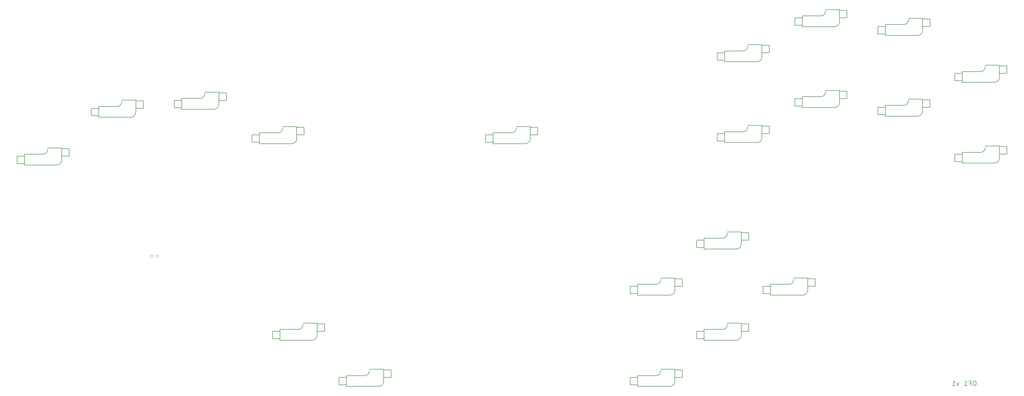
<source format=gbo>
%TF.GenerationSoftware,KiCad,Pcbnew,6.0.8-f2edbf62ab~116~ubuntu22.04.1*%
%TF.CreationDate,2022-10-10T20:20:36-06:00*%
%TF.ProjectId,OF1 v1,4f463120-7631-42e6-9b69-6361645f7063,rev?*%
%TF.SameCoordinates,Original*%
%TF.FileFunction,Legend,Bot*%
%TF.FilePolarity,Positive*%
%FSLAX46Y46*%
G04 Gerber Fmt 4.6, Leading zero omitted, Abs format (unit mm)*
G04 Created by KiCad (PCBNEW 6.0.8-f2edbf62ab~116~ubuntu22.04.1) date 2022-10-10 20:20:36*
%MOMM*%
%LPD*%
G01*
G04 APERTURE LIST*
G04 Aperture macros list*
%AMRoundRect*
0 Rectangle with rounded corners*
0 $1 Rounding radius*
0 $2 $3 $4 $5 $6 $7 $8 $9 X,Y pos of 4 corners*
0 Add a 4 corners polygon primitive as box body*
4,1,4,$2,$3,$4,$5,$6,$7,$8,$9,$2,$3,0*
0 Add four circle primitives for the rounded corners*
1,1,$1+$1,$2,$3*
1,1,$1+$1,$4,$5*
1,1,$1+$1,$6,$7*
1,1,$1+$1,$8,$9*
0 Add four rect primitives between the rounded corners*
20,1,$1+$1,$2,$3,$4,$5,0*
20,1,$1+$1,$4,$5,$6,$7,0*
20,1,$1+$1,$6,$7,$8,$9,0*
20,1,$1+$1,$8,$9,$2,$3,0*%
%AMFreePoly0*
4,1,17,0.425901,0.806901,0.806901,0.425901,0.825500,0.381000,0.825500,-0.381000,0.806901,-0.425901,0.425901,-0.806901,0.381000,-0.825500,-0.381000,-0.825500,-0.425901,-0.806901,-0.806901,-0.425901,-0.825500,-0.381000,-0.825500,0.381000,-0.806901,0.425901,-0.425901,0.806901,-0.381000,0.825500,0.381000,0.825500,0.425901,0.806901,0.425901,0.806901,$1*%
G04 Aperture macros list end*
%ADD10C,0.142240*%
%ADD11C,0.127000*%
%ADD12C,1.600000*%
%ADD13O,1.600000X1.600000*%
%ADD14O,3.175000X1.651000*%
%ADD15C,3.000000*%
%ADD16C,1.701800*%
%ADD17C,3.987800*%
%ADD18C,2.374900*%
%ADD19RoundRect,0.063500X1.275000X1.250000X-1.275000X1.250000X-1.275000X-1.250000X1.275000X-1.250000X0*%
%ADD20FreePoly0,0.000000*%
%ADD21O,4.622800X2.374900*%
%ADD22C,9.000000*%
%ADD23C,8.000000*%
%ADD24C,8.500000*%
%ADD25C,0.650000*%
%ADD26C,0.777000*%
%ADD27O,0.877000X1.627000*%
%ADD28C,1.500000*%
%ADD29C,2.100000*%
%ADD30O,3.327000X1.727000*%
%ADD31O,1.727000X3.327000*%
%ADD32RoundRect,0.063500X-0.400000X-0.400000X0.400000X-0.400000X0.400000X0.400000X-0.400000X0.400000X0*%
%ADD33O,2.227000X1.127000*%
%ADD34O,1.927000X1.127000*%
%ADD35O,1.651000X3.175000*%
G04 APERTURE END LIST*
D10*
X307707604Y-170039946D02*
X307396030Y-170039946D01*
X307240244Y-170117840D01*
X307084457Y-170273626D01*
X307006564Y-170585200D01*
X307006564Y-171130453D01*
X307084457Y-171442026D01*
X307240244Y-171597813D01*
X307396030Y-171675706D01*
X307707604Y-171675706D01*
X307863390Y-171597813D01*
X308019177Y-171442026D01*
X308097070Y-171130453D01*
X308097070Y-170585200D01*
X308019177Y-170273626D01*
X307863390Y-170117840D01*
X307707604Y-170039946D01*
X305760270Y-170818880D02*
X306305524Y-170818880D01*
X306305524Y-171675706D02*
X306305524Y-170039946D01*
X305526590Y-170039946D01*
X304046617Y-171675706D02*
X304981337Y-171675706D01*
X304513977Y-171675706D02*
X304513977Y-170039946D01*
X304669764Y-170273626D01*
X304825550Y-170429413D01*
X304981337Y-170507306D01*
X302255070Y-170585200D02*
X301865604Y-171675706D01*
X301476137Y-170585200D01*
X299996164Y-171675706D02*
X300930884Y-171675706D01*
X300463524Y-171675706D02*
X300463524Y-170039946D01*
X300619310Y-170273626D01*
X300775097Y-170429413D01*
X300930884Y-170507306D01*
D11*
%TO.C,U$15*%
X277126100Y-79615600D02*
X288302100Y-79615600D01*
X283603100Y-75932600D02*
X277126100Y-75932600D01*
X289826100Y-73773600D02*
X289826100Y-77710600D01*
X289826100Y-73773600D02*
X285000100Y-73773600D01*
X277126100Y-79615600D02*
X277126100Y-75932600D01*
X283603099Y-75932601D02*
G75*
G03*
X285000100Y-74154600I-190499J1587500D01*
G01*
X288302100Y-79615600D02*
G75*
G03*
X289826100Y-77710600I-190500J1714500D01*
G01*
%TO.C,U$11*%
X289826100Y-46163600D02*
X289826100Y-50100600D01*
X277126100Y-52005600D02*
X288302100Y-52005600D01*
X277126100Y-52005600D02*
X277126100Y-48322600D01*
X289826100Y-46163600D02*
X285000100Y-46163600D01*
X283603100Y-48322600D02*
X277126100Y-48322600D01*
X288302100Y-52005600D02*
G75*
G03*
X289826100Y-50100600I-190500J1714500D01*
G01*
X283603099Y-48322601D02*
G75*
G03*
X285000100Y-46544600I-190499J1587500D01*
G01*
%TO.C,U$17*%
X215238100Y-124975600D02*
X215238100Y-121292600D01*
X227938100Y-119133600D02*
X227938100Y-123070600D01*
X215238100Y-124975600D02*
X226414100Y-124975600D01*
X221715100Y-121292600D02*
X215238100Y-121292600D01*
X227938100Y-119133600D02*
X223112100Y-119133600D01*
X221715099Y-121292601D02*
G75*
G03*
X223112100Y-119514600I-190499J1587500D01*
G01*
X226414100Y-124975600D02*
G75*
G03*
X227938100Y-123070600I-190500J1714500D01*
G01*
%TO.C,U$6*%
X70418100Y-156160600D02*
X70418100Y-152477600D01*
X83118100Y-150318600D02*
X78292100Y-150318600D01*
X70418100Y-156160600D02*
X81594100Y-156160600D01*
X76895100Y-152477600D02*
X70418100Y-152477600D01*
X83118100Y-150318600D02*
X83118100Y-154255600D01*
X76895099Y-152477601D02*
G75*
G03*
X78292100Y-150699600I-190499J1587500D01*
G01*
X81594100Y-156160600D02*
G75*
G03*
X83118100Y-154255600I-190500J1714500D01*
G01*
%TO.C,U$20*%
X221715100Y-152477600D02*
X215238100Y-152477600D01*
X215238100Y-156160600D02*
X226414100Y-156160600D01*
X215238100Y-156160600D02*
X215238100Y-152477600D01*
X227938100Y-150318600D02*
X227938100Y-154255600D01*
X227938100Y-150318600D02*
X223112100Y-150318600D01*
X221715099Y-152477601D02*
G75*
G03*
X223112100Y-150699600I-190499J1587500D01*
G01*
X226414100Y-156160600D02*
G75*
G03*
X227938100Y-154255600I-190500J1714500D01*
G01*
%TO.C,U$10*%
X248771100Y-49030600D02*
X248771100Y-45347600D01*
X261471100Y-43188600D02*
X261471100Y-47125600D01*
X248771100Y-49030600D02*
X259947100Y-49030600D01*
X255248100Y-45347600D02*
X248771100Y-45347600D01*
X261471100Y-43188600D02*
X256645100Y-43188600D01*
X255248099Y-45347601D02*
G75*
G03*
X256645100Y-43569600I-190499J1587500D01*
G01*
X259947100Y-49030600D02*
G75*
G03*
X261471100Y-47125600I-190500J1714500D01*
G01*
%TO.C,U$13*%
X222253100Y-88635600D02*
X222253100Y-84952600D01*
X228730100Y-84952600D02*
X222253100Y-84952600D01*
X222253100Y-88635600D02*
X233429100Y-88635600D01*
X234953100Y-82793600D02*
X234953100Y-86730600D01*
X234953100Y-82793600D02*
X230127100Y-82793600D01*
X228730099Y-84952601D02*
G75*
G03*
X230127100Y-83174600I-190499J1587500D01*
G01*
X233429100Y-88635600D02*
G75*
G03*
X234953100Y-86730600I-190500J1714500D01*
G01*
%TO.C,U$1*%
X-4048900Y-90433600D02*
X-8874900Y-90433600D01*
X-16748900Y-96275600D02*
X-16748900Y-92592600D01*
X-4048900Y-90433600D02*
X-4048900Y-94370600D01*
X-16748900Y-96275600D02*
X-5572900Y-96275600D01*
X-10271900Y-92592600D02*
X-16748900Y-92592600D01*
X-5572900Y-96275600D02*
G75*
G03*
X-4048900Y-94370600I-190500J1714500D01*
G01*
X-10271901Y-92592601D02*
G75*
G03*
X-8874900Y-90814600I-190499J1587500D01*
G01*
%TO.C,U$21*%
X205251100Y-166088600D02*
X200425100Y-166088600D01*
X192551100Y-171930600D02*
X192551100Y-168247600D01*
X205251100Y-166088600D02*
X205251100Y-170025600D01*
X199028100Y-168247600D02*
X192551100Y-168247600D01*
X192551100Y-171930600D02*
X203727100Y-171930600D01*
X203727100Y-171930600D02*
G75*
G03*
X205251100Y-170025600I-190500J1714500D01*
G01*
X199028099Y-168247601D02*
G75*
G03*
X200425100Y-166469600I-190499J1587500D01*
G01*
%TO.C,U$2*%
X15008100Y-76289600D02*
X8531100Y-76289600D01*
X8531100Y-79972600D02*
X8531100Y-76289600D01*
X21231100Y-74130600D02*
X21231100Y-78067600D01*
X21231100Y-74130600D02*
X16405100Y-74130600D01*
X8531100Y-79972600D02*
X19707100Y-79972600D01*
X15008099Y-76289601D02*
G75*
G03*
X16405100Y-74511600I-190499J1587500D01*
G01*
X19707100Y-79972600D02*
G75*
G03*
X21231100Y-78067600I-190500J1714500D01*
G01*
%TO.C,U$4*%
X49587100Y-71404600D02*
X44761100Y-71404600D01*
X49587100Y-71404600D02*
X49587100Y-75341600D01*
X43364100Y-73563600D02*
X36887100Y-73563600D01*
X36887100Y-77246600D02*
X48063100Y-77246600D01*
X36887100Y-77246600D02*
X36887100Y-73563600D01*
X48063100Y-77246600D02*
G75*
G03*
X49587100Y-75341600I-190500J1714500D01*
G01*
X43364099Y-73563601D02*
G75*
G03*
X44761100Y-71785600I-190499J1587500D01*
G01*
%TO.C,U$7*%
X99583100Y-168246600D02*
X93106100Y-168246600D01*
X105806100Y-166087600D02*
X100980100Y-166087600D01*
X93106100Y-171929600D02*
X104282100Y-171929600D01*
X93106100Y-171929600D02*
X93106100Y-168246600D01*
X105806100Y-166087600D02*
X105806100Y-170024600D01*
X99583099Y-168246601D02*
G75*
G03*
X100980100Y-166468600I-190499J1587500D01*
G01*
X104282100Y-171929600D02*
G75*
G03*
X105806100Y-170024600I-190500J1714500D01*
G01*
%TO.C,U$19*%
X250595100Y-134903600D02*
X250595100Y-138840600D01*
X237895100Y-140745600D02*
X237895100Y-137062600D01*
X237895100Y-140745600D02*
X249071100Y-140745600D01*
X250595100Y-134903600D02*
X245769100Y-134903600D01*
X244372100Y-137062600D02*
X237895100Y-137062600D01*
X249071100Y-140745600D02*
G75*
G03*
X250595100Y-138840600I-190500J1714500D01*
G01*
X244372099Y-137062601D02*
G75*
G03*
X245769100Y-135284600I-190499J1587500D01*
G01*
%TO.C,U$5*%
X76159100Y-83167600D02*
X71333100Y-83167600D01*
X63459100Y-89009600D02*
X63459100Y-85326600D01*
X76159100Y-83167600D02*
X76159100Y-87104600D01*
X69936100Y-85326600D02*
X63459100Y-85326600D01*
X63459100Y-89009600D02*
X74635100Y-89009600D01*
X74635100Y-89009600D02*
G75*
G03*
X76159100Y-87104600I-190500J1714500D01*
G01*
X69936099Y-85326601D02*
G75*
G03*
X71333100Y-83548600I-190499J1587500D01*
G01*
%TO.C,U$18*%
X199028100Y-137062600D02*
X192551100Y-137062600D01*
X192551100Y-140745600D02*
X192551100Y-137062600D01*
X192551100Y-140745600D02*
X203727100Y-140745600D01*
X205251100Y-134903600D02*
X200425100Y-134903600D01*
X205251100Y-134903600D02*
X205251100Y-138840600D01*
X199028099Y-137062601D02*
G75*
G03*
X200425100Y-135284600I-190499J1587500D01*
G01*
X203727100Y-140745600D02*
G75*
G03*
X205251100Y-138840600I-190500J1714500D01*
G01*
%TO.C,U$16*%
X303349100Y-95651600D02*
X303349100Y-91968600D01*
X316049100Y-89809600D02*
X316049100Y-93746600D01*
X316049100Y-89809600D02*
X311223100Y-89809600D01*
X303349100Y-95651600D02*
X314525100Y-95651600D01*
X309826100Y-91968600D02*
X303349100Y-91968600D01*
X314525100Y-95651600D02*
G75*
G03*
X316049100Y-93746600I-190500J1714500D01*
G01*
X309826099Y-91968601D02*
G75*
G03*
X311223100Y-90190600I-190499J1587500D01*
G01*
%TO.C,U$12*%
X316049100Y-62199600D02*
X316049100Y-66136600D01*
X303349100Y-68041600D02*
X303349100Y-64358600D01*
X316049100Y-62199600D02*
X311223100Y-62199600D01*
X309826100Y-64358600D02*
X303349100Y-64358600D01*
X303349100Y-68041600D02*
X314525100Y-68041600D01*
X309826099Y-64358601D02*
G75*
G03*
X311223100Y-62580600I-190499J1587500D01*
G01*
X314525100Y-68041600D02*
G75*
G03*
X316049100Y-66136600I-190500J1714500D01*
G01*
%TO.C,U$9*%
X234953100Y-55184600D02*
X230127100Y-55184600D01*
X234953100Y-55184600D02*
X234953100Y-59121600D01*
X228730100Y-57343600D02*
X222253100Y-57343600D01*
X222253100Y-61026600D02*
X222253100Y-57343600D01*
X222253100Y-61026600D02*
X233429100Y-61026600D01*
X233429100Y-61026600D02*
G75*
G03*
X234953100Y-59121600I-190500J1714500D01*
G01*
X228730099Y-57343601D02*
G75*
G03*
X230127100Y-55565600I-190499J1587500D01*
G01*
%TO.C,U$14*%
X248771100Y-76640600D02*
X248771100Y-72957600D01*
X261471100Y-70798600D02*
X261471100Y-74735600D01*
X261471100Y-70798600D02*
X256645100Y-70798600D01*
X248771100Y-76640600D02*
X259947100Y-76640600D01*
X255248100Y-72957600D02*
X248771100Y-72957600D01*
X259947100Y-76640600D02*
G75*
G03*
X261471100Y-74735600I-190500J1714500D01*
G01*
X255248099Y-72957601D02*
G75*
G03*
X256645100Y-71179600I-190499J1587500D01*
G01*
%TO.C,U$8*%
X155891100Y-83167600D02*
X151065100Y-83167600D01*
X143191100Y-89009600D02*
X143191100Y-85326600D01*
X149668100Y-85326600D02*
X143191100Y-85326600D01*
X155891100Y-83167600D02*
X155891100Y-87104600D01*
X143191100Y-89009600D02*
X154367100Y-89009600D01*
X149668099Y-85326601D02*
G75*
G03*
X151065100Y-83548600I-190499J1587500D01*
G01*
X154367100Y-89009600D02*
G75*
G03*
X155891100Y-87104600I-190500J1714500D01*
G01*
%TD*%
%LPC*%
D12*
%TO.C,R3*%
X134620000Y-35560000D03*
D13*
X127000000Y-35560000D03*
%TD*%
D12*
%TO.C,R1*%
X149534240Y-39919945D03*
D13*
X157154240Y-39919945D03*
%TD*%
D14*
%TO.C,J4*%
X142745065Y-111563600D03*
X142745065Y-109023600D03*
X142745065Y-106483600D03*
X142745065Y-103943600D03*
%TD*%
D15*
%TO.C,U$15*%
X280301100Y-77837600D03*
D16*
X287921100Y-72757600D03*
D17*
X282841100Y-72757600D03*
D15*
X286651100Y-75297600D03*
D16*
X277761100Y-72757600D03*
D18*
X279031100Y-70217600D03*
X285381100Y-67677600D03*
D19*
X291096100Y-75297600D03*
X275856100Y-77837600D03*
%TD*%
D20*
%TO.C,JP11*%
X264501100Y-79753600D03*
%TD*%
D17*
%TO.C,U$11*%
X282841100Y-45147600D03*
D15*
X286651100Y-47687600D03*
D16*
X277761100Y-45147600D03*
D15*
X280301100Y-50227600D03*
D16*
X287921100Y-45147600D03*
D18*
X279031100Y-42607600D03*
X285381100Y-40067600D03*
D19*
X291096100Y-47687600D03*
X275856100Y-50227600D03*
%TD*%
D20*
%TO.C,JP10*%
X238501100Y-87753600D03*
%TD*%
D17*
%TO.C,U$17*%
X220953100Y-118117600D03*
D15*
X224763100Y-120657600D03*
X218413100Y-123197600D03*
D16*
X215873100Y-118117600D03*
X226033100Y-118117600D03*
D18*
X217143100Y-115577600D03*
X223493100Y-113037600D03*
D19*
X229208100Y-120657600D03*
X213968100Y-123197600D03*
%TD*%
D20*
%TO.C,JP5*%
X81501100Y-88753600D03*
%TD*%
D17*
%TO.C,U$6*%
X76133100Y-149302600D03*
D16*
X81213100Y-149302600D03*
D15*
X79943100Y-151842600D03*
D16*
X71053100Y-149302600D03*
D15*
X73593100Y-154382600D03*
D18*
X72323100Y-146762600D03*
X78673100Y-144222600D03*
D19*
X84388100Y-151842600D03*
X69148100Y-154382600D03*
%TD*%
D21*
%TO.C,D1*%
X151881100Y-65753600D03*
X167121100Y-65753600D03*
%TD*%
D22*
%TO.C,@HOLE11*%
X174501100Y-45253600D03*
%TD*%
D23*
%TO.C,@HOLE8*%
X184501100Y-71753600D03*
%TD*%
D15*
%TO.C,@HOLE0*%
X68501100Y-166753600D03*
%TD*%
%TO.C,U$20*%
X224763100Y-151842600D03*
D17*
X220953100Y-149302600D03*
D15*
X218413100Y-154382600D03*
D16*
X215873100Y-149302600D03*
X226033100Y-149302600D03*
D18*
X217143100Y-146762600D03*
X223493100Y-144222600D03*
D19*
X229208100Y-151842600D03*
X213968100Y-154382600D03*
%TD*%
D20*
%TO.C,JP18*%
X211501100Y-133753600D03*
%TD*%
D23*
%TO.C,@HOLE9*%
X136501100Y-160753600D03*
%TD*%
D15*
%TO.C,U$10*%
X258296100Y-44712600D03*
X251946100Y-47252600D03*
D17*
X254486100Y-42172600D03*
D16*
X259566100Y-42172600D03*
X249406100Y-42172600D03*
D18*
X250676100Y-39632600D03*
X257026100Y-37092600D03*
D19*
X262741100Y-44712600D03*
X247501100Y-47252600D03*
%TD*%
D20*
%TO.C,JP6*%
X86501100Y-158753600D03*
%TD*%
D24*
%TO.C,@HOLE14*%
X122501100Y-131553600D03*
%TD*%
D20*
%TO.C,JP14*%
X311501100Y-72753600D03*
%TD*%
%TO.C,JP4*%
X54501100Y-78753600D03*
%TD*%
D17*
%TO.C,U$13*%
X227968100Y-81777600D03*
D16*
X222888100Y-81777600D03*
D15*
X225428100Y-86857600D03*
D16*
X233048100Y-81777600D03*
D15*
X231778100Y-84317600D03*
D18*
X224158100Y-79237600D03*
X230508100Y-76697600D03*
D19*
X236223100Y-84317600D03*
X220983100Y-86857600D03*
%TD*%
D20*
%TO.C,JP9*%
X241501100Y-60753600D03*
%TD*%
D25*
%TO.C,J2*%
X151168981Y-34593600D03*
X143818981Y-34593600D03*
D26*
X144768981Y-33943600D03*
X145168981Y-33243600D03*
X145968981Y-33243600D03*
X146368981Y-33943600D03*
X146768981Y-33243600D03*
X147168981Y-33943600D03*
X147968981Y-33943600D03*
X148368981Y-33243600D03*
X148768981Y-33943600D03*
X149168981Y-33243600D03*
X149968981Y-33243600D03*
X150368981Y-33943600D03*
D27*
X151698981Y-33343600D03*
X143438981Y-33343600D03*
X152058981Y-28953600D03*
X143078981Y-28953600D03*
%TD*%
D15*
%TO.C,U$1*%
X-13573900Y-94497600D03*
D17*
X-11033900Y-89417600D03*
D15*
X-7223900Y-91957600D03*
D16*
X-16113900Y-89417600D03*
X-5953900Y-89417600D03*
D18*
X-14843900Y-86877600D03*
X-8493900Y-84337600D03*
D19*
X-2778900Y-91957600D03*
X-18018900Y-94497600D03*
%TD*%
D17*
%TO.C,U$21*%
X198266100Y-165072600D03*
D16*
X193186100Y-165072600D03*
D15*
X195726100Y-170152600D03*
X202076100Y-167612600D03*
D16*
X203346100Y-165072600D03*
D18*
X194456100Y-162532600D03*
X200806100Y-159992600D03*
D19*
X206521100Y-167612600D03*
X191281100Y-170152600D03*
%TD*%
D20*
%TO.C,JP16*%
X291501100Y-83753600D03*
%TD*%
D16*
%TO.C,U$2*%
X19326100Y-73114600D03*
D15*
X18056100Y-75654600D03*
D16*
X9166100Y-73114600D03*
D17*
X14246100Y-73114600D03*
D15*
X11706100Y-78194600D03*
D18*
X10436100Y-70574600D03*
X16786100Y-68034600D03*
D19*
X22501100Y-75654600D03*
X7261100Y-78194600D03*
%TD*%
D16*
%TO.C,U$4*%
X47682100Y-70388600D03*
D17*
X42602100Y-70388600D03*
D15*
X46412100Y-72928600D03*
X40062100Y-75468600D03*
D16*
X37522100Y-70388600D03*
D18*
X38792100Y-67848600D03*
X45142100Y-65308600D03*
D19*
X50857100Y-72928600D03*
X35617100Y-75468600D03*
%TD*%
D22*
%TO.C,@HOLE13*%
X30301100Y-43453600D03*
%TD*%
D15*
%TO.C,@HOLE1*%
X284501100Y-147753600D03*
%TD*%
D20*
%TO.C,JP20*%
X235501100Y-150753600D03*
%TD*%
D15*
%TO.C,U$7*%
X102631100Y-167611600D03*
D16*
X93741100Y-165071600D03*
D15*
X96281100Y-170151600D03*
D17*
X98821100Y-165071600D03*
D16*
X103901100Y-165071600D03*
D18*
X95011100Y-162531600D03*
X101361100Y-159991600D03*
D19*
X107076100Y-167611600D03*
X91836100Y-170151600D03*
%TD*%
D20*
%TO.C,JP13*%
X294501100Y-54753600D03*
%TD*%
D17*
%TO.C,U$19*%
X243610100Y-133887600D03*
D15*
X247420100Y-136427600D03*
X241070100Y-138967600D03*
D16*
X248690100Y-133887600D03*
X238530100Y-133887600D03*
D18*
X239800100Y-131347600D03*
X246150100Y-128807600D03*
D19*
X251865100Y-136427600D03*
X236625100Y-138967600D03*
%TD*%
D20*
%TO.C,JP17*%
X236501100Y-125753600D03*
%TD*%
%TO.C,JP12*%
X268501100Y-39753600D03*
%TD*%
D15*
%TO.C,@HOLE2*%
X-19498900Y-154753600D03*
%TD*%
D28*
%TO.C,J1*%
X24776100Y-127753600D03*
D29*
X21801100Y-175253600D03*
X33201100Y-175253600D03*
D28*
X25076100Y-130783600D03*
X29926100Y-130783600D03*
D29*
X21801100Y-128253600D03*
D28*
X30226100Y-127753600D03*
D29*
X33201100Y-128253600D03*
D30*
X37191100Y-137783600D03*
X37191100Y-135243600D03*
X37191100Y-140323600D03*
X37191100Y-145403600D03*
X17811100Y-132703600D03*
X17811100Y-145403600D03*
X17811100Y-158103600D03*
X17811100Y-170803600D03*
D31*
X27501100Y-176453600D03*
D30*
X37191100Y-170803600D03*
X37191100Y-158103600D03*
X37191100Y-132703600D03*
X17811100Y-127623600D03*
X17811100Y-130163600D03*
X17811100Y-135243600D03*
X17811100Y-137783600D03*
X17811100Y-140323600D03*
X17811100Y-142863600D03*
X17811100Y-147943600D03*
X17811100Y-150483600D03*
X17811100Y-153023600D03*
X17811100Y-155563600D03*
X17811100Y-160643600D03*
X17811100Y-163183600D03*
X17811100Y-165723600D03*
X17811100Y-168263600D03*
X17811100Y-173343600D03*
X17811100Y-175883600D03*
X37191100Y-175883600D03*
X37191100Y-173343600D03*
X37191100Y-168263600D03*
X37191100Y-165723600D03*
X37191100Y-163183600D03*
X37191100Y-160643600D03*
X37191100Y-155563600D03*
X37191100Y-150483600D03*
X37191100Y-147943600D03*
X37191100Y-142863600D03*
X37191100Y-153023600D03*
D31*
X24961100Y-176453600D03*
X30041100Y-176453600D03*
D32*
X28501100Y-127453600D03*
X26501100Y-127453600D03*
D30*
X37191100Y-127623600D03*
X37191100Y-130163600D03*
%TD*%
D20*
%TO.C,JP15*%
X313501100Y-100753600D03*
%TD*%
D15*
%TO.C,@HOLE10*%
X119501100Y-59753600D03*
%TD*%
D22*
%TO.C,@HOLE15*%
X256501100Y-161753600D03*
%TD*%
D23*
%TO.C,@HOLE6*%
X-13498900Y-143753600D03*
%TD*%
D15*
%TO.C,@HOLE16*%
X71501100Y-125753600D03*
%TD*%
%TO.C,U$5*%
X72984100Y-84691600D03*
X66634100Y-87231600D03*
D16*
X64094100Y-82151600D03*
D17*
X69174100Y-82151600D03*
D16*
X74254100Y-82151600D03*
D18*
X65364100Y-79611600D03*
X71714100Y-77071600D03*
D19*
X77429100Y-84691600D03*
X62189100Y-87231600D03*
%TD*%
D16*
%TO.C,U$18*%
X203346100Y-133887600D03*
D15*
X202076100Y-136427600D03*
D16*
X193186100Y-133887600D03*
D17*
X198266100Y-133887600D03*
D15*
X195726100Y-138967600D03*
D18*
X194456100Y-131347600D03*
X200806100Y-128807600D03*
D19*
X206521100Y-136427600D03*
X191281100Y-138967600D03*
%TD*%
D15*
%TO.C,@HOLE3*%
X182501100Y-126753600D03*
%TD*%
D22*
%TO.C,@HOLE12*%
X-11098900Y-108953600D03*
%TD*%
D17*
%TO.C,U$16*%
X309064100Y-88793600D03*
D16*
X314144100Y-88793600D03*
X303984100Y-88793600D03*
D15*
X312874100Y-91333600D03*
X306524100Y-93873600D03*
D18*
X305254100Y-86253600D03*
X311604100Y-83713600D03*
D19*
X317319100Y-91333600D03*
X302079100Y-93873600D03*
%TD*%
D23*
%TO.C,@HOLE4*%
X268501100Y-54753600D03*
%TD*%
D20*
%TO.C,JP7*%
X112501100Y-161753600D03*
%TD*%
D25*
%TO.C,J5*%
X122579393Y-105081075D03*
X122579393Y-110861075D03*
D33*
X123079393Y-103651075D03*
D34*
X118899393Y-103651075D03*
D33*
X123079393Y-112291075D03*
D34*
X118899393Y-112291075D03*
%TD*%
D20*
%TO.C,JP2*%
X2501100Y-96753600D03*
%TD*%
%TO.C,JP8*%
X156501100Y-94753600D03*
%TD*%
D15*
%TO.C,U$12*%
X306524100Y-66263600D03*
D17*
X309064100Y-61183600D03*
D16*
X314144100Y-61183600D03*
D15*
X312874100Y-63723600D03*
D16*
X303984100Y-61183600D03*
D18*
X305254100Y-58643600D03*
X311604100Y-56103600D03*
D19*
X317319100Y-63723600D03*
X302079100Y-66263600D03*
%TD*%
D15*
%TO.C,U$9*%
X225428100Y-59248600D03*
D16*
X222888100Y-54168600D03*
D17*
X227968100Y-54168600D03*
D16*
X233048100Y-54168600D03*
D15*
X231778100Y-56708600D03*
D18*
X224158100Y-51628600D03*
X230508100Y-49088600D03*
D19*
X236223100Y-56708600D03*
X220983100Y-59248600D03*
%TD*%
D20*
%TO.C,JP21*%
X183501100Y-171753600D03*
%TD*%
D16*
%TO.C,U$14*%
X259566100Y-69782600D03*
D15*
X251946100Y-74862600D03*
X258296100Y-72322600D03*
D16*
X249406100Y-69782600D03*
D17*
X254486100Y-69782600D03*
D18*
X250676100Y-67242600D03*
X257026100Y-64702600D03*
D19*
X262741100Y-72322600D03*
X247501100Y-74862600D03*
%TD*%
D20*
%TO.C,JP19*%
X257501100Y-141753600D03*
%TD*%
D35*
%TO.C,J3*%
X162151100Y-32753600D03*
X164691100Y-32753600D03*
X167231100Y-32753600D03*
X169771100Y-32753600D03*
X172311100Y-32753600D03*
X174851100Y-32753600D03*
%TD*%
D23*
%TO.C,@HOLE5*%
X276501100Y-158753600D03*
%TD*%
%TO.C,@HOLE7*%
X65501100Y-49753600D03*
%TD*%
D20*
%TO.C,JP3*%
X17501100Y-85753600D03*
%TD*%
D16*
%TO.C,U$8*%
X153986100Y-82151600D03*
X143826100Y-82151600D03*
D15*
X152716100Y-84691600D03*
D17*
X148906100Y-82151600D03*
D15*
X146366100Y-87231600D03*
D18*
X145096100Y-79611600D03*
X151446100Y-77071600D03*
D19*
X157161100Y-84691600D03*
X141921100Y-87231600D03*
%TD*%
M02*

</source>
